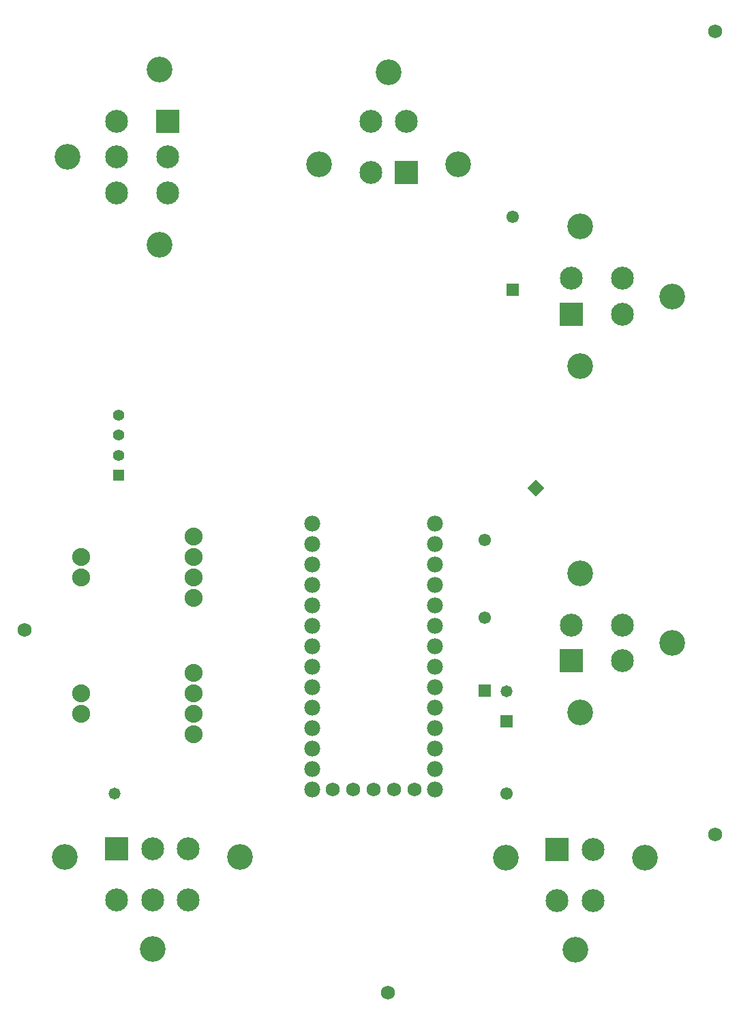
<source format=gbr>
%TF.GenerationSoftware,Altium Limited,Altium Designer,25.2.1 (25)*%
G04 Layer_Color=16711935*
%FSLAX45Y45*%
%MOMM*%
%TF.SameCoordinates,7DD24991-B9EC-4422-9666-2EE5E17A6B38*%
%TF.FilePolarity,Negative*%
%TF.FileFunction,Soldermask,Bot*%
%TF.Part,Single*%
G01*
G75*
%TA.AperFunction,ComponentPad*%
%ADD20C,1.40000*%
%ADD21R,1.40000X1.40000*%
%ADD32P,2.19656X4X270.0*%
%ADD33C,1.55320*%
%ADD34C,3.19320*%
%ADD35C,2.84320*%
%ADD36R,2.84320X2.84320*%
%ADD37C,1.98120*%
%ADD38C,1.72720*%
%TA.AperFunction,ViaPad*%
%ADD39C,1.72720*%
%TA.AperFunction,ComponentPad*%
%ADD40R,2.84320X2.84320*%
%ADD42R,1.55320X1.55320*%
%TA.AperFunction,ViaPad*%
%ADD43C,1.47320*%
%TA.AperFunction,ComponentPad*%
%ADD44C,2.23520*%
D20*
X1612900Y7618000D02*
D03*
Y7368000D02*
D03*
Y7118000D02*
D03*
D21*
Y6868000D02*
D03*
D32*
X6795198Y6706298D02*
D03*
D33*
X6158802Y6069902D02*
D03*
X6426200Y2915500D02*
D03*
X6502400Y10076600D02*
D03*
X6159500Y5098200D02*
D03*
D34*
X4965700Y11874500D02*
D03*
X5830700Y10731500D02*
D03*
X4100700D02*
D03*
X2032500Y990200D02*
D03*
X945500Y2133200D02*
D03*
X3119500D02*
D03*
X977900Y10821300D02*
D03*
X2120900Y11908300D02*
D03*
Y9734300D02*
D03*
X7283200Y977500D02*
D03*
X6418200Y2120500D02*
D03*
X8148200D02*
D03*
X8483600Y4787900D02*
D03*
X7340600Y3922900D02*
D03*
Y5652900D02*
D03*
X8483600Y9093200D02*
D03*
X7340600Y8228200D02*
D03*
Y9958200D02*
D03*
D35*
X5188200Y11264500D02*
D03*
X4743200D02*
D03*
Y10629500D02*
D03*
X1587500Y1600200D02*
D03*
X2477500D02*
D03*
X2032500Y2235200D02*
D03*
X2477500D02*
D03*
X2032500Y1600200D02*
D03*
X1587900Y11266300D02*
D03*
Y10376300D02*
D03*
X2222900Y10821300D02*
D03*
Y10376300D02*
D03*
X1587900Y10821300D02*
D03*
X7060700Y1587500D02*
D03*
X7505700D02*
D03*
Y2222500D02*
D03*
X7873600Y4565400D02*
D03*
Y5010400D02*
D03*
X7238600D02*
D03*
X7873600Y8870700D02*
D03*
Y9315700D02*
D03*
X7238600D02*
D03*
D36*
X5188200Y10629500D02*
D03*
X1587500Y2235200D02*
D03*
X7060700Y2222500D02*
D03*
D37*
X4013200Y2971800D02*
D03*
Y3225800D02*
D03*
Y3479800D02*
D03*
Y3733800D02*
D03*
Y3987800D02*
D03*
Y4241800D02*
D03*
Y4495800D02*
D03*
Y4749800D02*
D03*
Y5003800D02*
D03*
Y5257800D02*
D03*
Y5511800D02*
D03*
Y5765800D02*
D03*
Y6019800D02*
D03*
Y6273800D02*
D03*
X5537200Y2971800D02*
D03*
Y3225800D02*
D03*
Y3479800D02*
D03*
Y3733800D02*
D03*
Y3987800D02*
D03*
Y4241800D02*
D03*
Y4495800D02*
D03*
Y4749800D02*
D03*
Y5003800D02*
D03*
Y5257800D02*
D03*
Y5511800D02*
D03*
Y5765800D02*
D03*
Y6019800D02*
D03*
Y6273800D02*
D03*
D38*
X4267200Y2971800D02*
D03*
X4521200D02*
D03*
X4775200D02*
D03*
X5029200D02*
D03*
X5283200D02*
D03*
D39*
X444500Y4953000D02*
D03*
X9017000Y2413000D02*
D03*
X4953000Y444500D02*
D03*
X9017000Y12382500D02*
D03*
D40*
X2222900Y11266300D02*
D03*
X7238600Y4565400D02*
D03*
Y8870700D02*
D03*
D42*
X6426200Y3815500D02*
D03*
X6502400Y9176600D02*
D03*
X6159500Y4198200D02*
D03*
D43*
X6426200Y4191000D02*
D03*
X1562100Y2921000D02*
D03*
D44*
X1143000Y4165600D02*
D03*
Y3911600D02*
D03*
X2540000Y3657600D02*
D03*
Y3911600D02*
D03*
Y4165600D02*
D03*
Y4419600D02*
D03*
X1143000Y5854700D02*
D03*
Y5600700D02*
D03*
X2540000Y5346700D02*
D03*
Y5600700D02*
D03*
Y5854700D02*
D03*
Y6108700D02*
D03*
%TF.MD5,e5390d670a8737fdb3f623cf05ad4c4a*%
M02*

</source>
